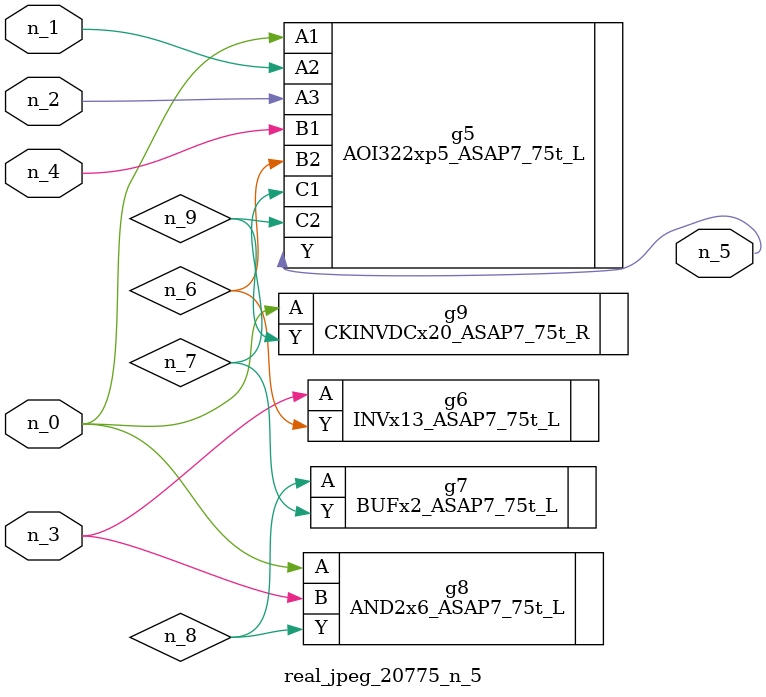
<source format=v>
module real_jpeg_20775_n_5 (n_4, n_0, n_1, n_2, n_3, n_5);

input n_4;
input n_0;
input n_1;
input n_2;
input n_3;

output n_5;

wire n_8;
wire n_6;
wire n_7;
wire n_9;

AOI322xp5_ASAP7_75t_L g5 ( 
.A1(n_0),
.A2(n_1),
.A3(n_2),
.B1(n_4),
.B2(n_6),
.C1(n_7),
.C2(n_9),
.Y(n_5)
);

AND2x6_ASAP7_75t_L g8 ( 
.A(n_0),
.B(n_3),
.Y(n_8)
);

CKINVDCx20_ASAP7_75t_R g9 ( 
.A(n_0),
.Y(n_9)
);

INVx13_ASAP7_75t_L g6 ( 
.A(n_3),
.Y(n_6)
);

BUFx2_ASAP7_75t_L g7 ( 
.A(n_8),
.Y(n_7)
);


endmodule
</source>
